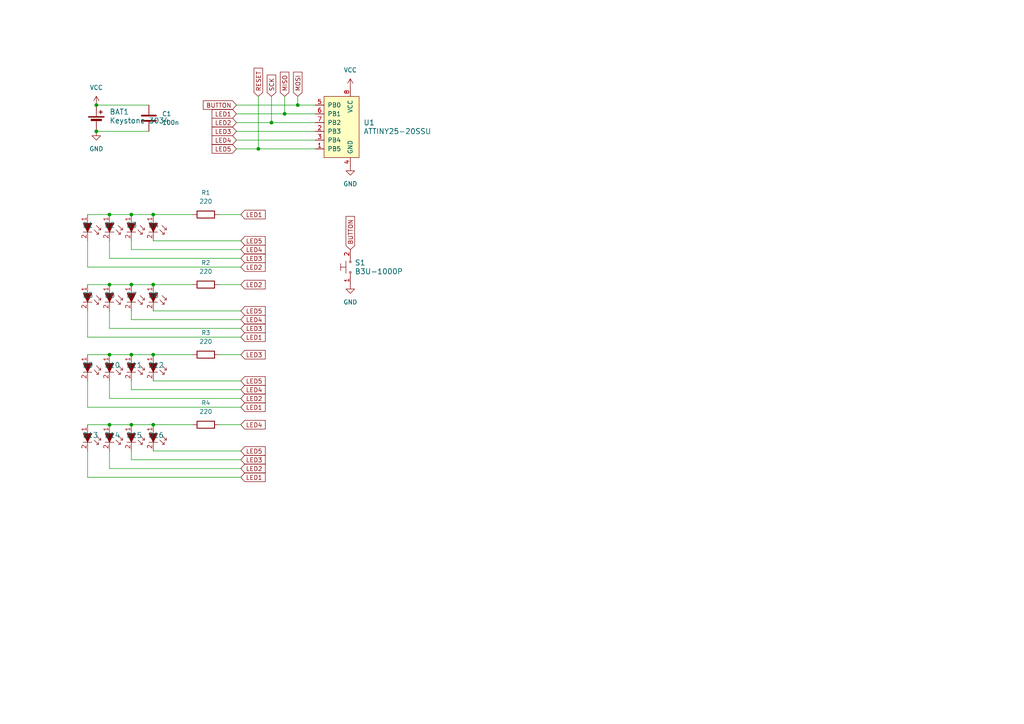
<source format=kicad_sch>
(kicad_sch (version 20231120) (generator "eeschema") (generator_version "8.0")
  (paper "A4")
  (lib_symbols
    (symbol "Device:Battery_Cell" (pin_numbers hide) (pin_names (offset 0) hide)
      (property "Reference" "BT" (at 2.54 2.54 0))
      (property "Value" "Battery_Cell" (at 2.54 0 0))
      (symbol "Battery_Cell_0_1"
        (rectangle (start -2.286 1.778) (end 2.286 1.524) (fill (type outline)))
        (rectangle (start -1.524 1.016) (end 1.524 0.508) (fill (type outline)))
        (polyline (pts (xy 0 0.762) (xy 0 0)))
        (polyline (pts (xy 0 1.778) (xy 0 2.54)))
        (polyline (pts (xy 0.762 3.048) (xy 1.778 3.048)) (stroke (width 0.254)))
        (polyline (pts (xy 1.27 3.556) (xy 1.27 2.54)) (stroke (width 0.254)))
      )
      (symbol "Battery_Cell_1_1"
        (pin passive line (at 0 5.08 270) (length 2.54) (name "+") (number "1"))
        (pin passive line (at 0 -2.54 90) (length 2.54) (name "-") (number "2"))
      )
    )
    (symbol "Device:C" (pin_numbers hide) (pin_names (offset 0.254))
      (property "Reference" "C" (at 0.635 2.54 0))
      (property "Value" "C" (at 0.635 -2.54 0))
      (symbol "C_0_1"
        (polyline (pts (xy -2.032 -0.762) (xy 2.032 -0.762)) (stroke (width 0.508)))
        (polyline (pts (xy -2.032 0.762) (xy 2.032 0.762)) (stroke (width 0.508)))
      )
      (symbol "C_1_1"
        (pin passive line (at 0 3.81 270) (length 2.794) (name "~") (number "1"))
        (pin passive line (at 0 -3.81 90) (length 2.794) (name "~") (number "2"))
      )
    )
    (symbol "Device:R" (pin_numbers hide) (pin_names (offset 0))
      (property "Reference" "R" (at 2.032 0 90))
      (property "Value" "R" (at 0 0 90))
      (symbol "R_0_1"
        (rectangle (start -1.016 -2.54) (end 1.016 2.54) (stroke (width 0.254)))
      )
      (symbol "R_1_1"
        (pin passive line (at 0 3.81 270) (length 1.27) (name "~") (number "1"))
        (pin passive line (at 0 -3.81 90) (length 1.27) (name "~") (number "2"))
      )
    )
    (symbol "dk_Embedded-Microcontrollers:ATTINY85-20SU" (pin_names (offset 1.016))
      (property "Reference" "U" (at -5.08 6.35 0))
      (property "Value" "ATTINY85-20SU" (at 6.35 5.08 90))
      (symbol "ATTINY85-20SU_0_1"
        (rectangle (start -5.08 5.08) (end 5.08 -12.7) (fill (type background)))
      )
      (symbol "ATTINY85-20SU_1_1"
        (pin bidirectional line (at -7.62 -10.16 0) (length 2.54) (name "PB5") (number "1"))
        (pin bidirectional line (at -7.62 -5.08 0) (length 2.54) (name "PB3") (number "2"))
        (pin bidirectional line (at -7.62 -7.62 0) (length 2.54) (name "PB4") (number "3"))
        (pin power_in line (at 2.54 -15.24 90) (length 2.54) (name "GND") (number "4"))
        (pin bidirectional line (at -7.62 2.54 0) (length 2.54) (name "PB0") (number "5"))
        (pin bidirectional line (at -7.62 0 0) (length 2.54) (name "PB1") (number "6"))
        (pin bidirectional line (at -7.62 -2.54 0) (length 2.54) (name "PB2") (number "7"))
        (pin power_in line (at 2.54 7.62 270) (length 2.54) (name "VCC") (number "8"))
      )
    )
    (symbol "dk_LED-Indication-Discrete:LH_R974-LP-1" (pin_names (offset 0))
      (property "Reference" "D" (at -3.81 3.81 0))
      (property "Value" "LH_R974-LP-1" (at -1.27 -3.81 0))
      (symbol "LH_R974-LP-1_0_1"
        (polyline (pts (xy -0.635 3.81) (xy -1.905 2.54)))
        (polyline (pts (xy 0 1.27) (xy 0 -1.27)))
        (polyline (pts (xy 0.635 3.175) (xy -0.635 1.905)))
        (polyline (pts (xy -1.27 3.81) (xy -0.635 3.81) (xy -0.635 3.175)))
        (polyline (pts (xy 0 3.175) (xy 0.635 3.175) (xy 0.635 2.54)))
        (polyline (pts (xy -2.54 1.27) (xy -2.54 -1.27) (xy 0 0) (xy -2.54 1.27)) (fill (type outline)))
      )
      (symbol "LH_R974-LP-1_1_1"
        (pin passive line (at -5.08 0 0) (length 2.54) (name "~") (number "1"))
        (pin passive line (at 2.54 0 180) (length 2.54) (name "~") (number "2"))
      )
    )
    (symbol "dk_Tactile-Switches:B3U-1000P" (pin_names (offset 1.016))
      (property "Reference" "S" (at 0 4.064 0))
      (property "Value" "B3U-1000P" (at 0 -2.54 0))
      (symbol "B3U-1000P_0_1"
        (circle (center -1.524 0) (radius 0.254))
        (polyline (pts (xy -2.54 0) (xy -1.778 0)))
        (polyline (pts (xy -1.778 1.27) (xy 1.778 1.27)))
        (polyline (pts (xy -1.016 2.794) (xy 1.016 2.794)))
        (polyline (pts (xy 0 1.27) (xy 0 2.794)))
        (polyline (pts (xy 2.54 0) (xy 1.778 0)))
        (circle (center 1.524 0) (radius 0.254))
      )
      (symbol "B3U-1000P_1_1"
        (pin passive line (at -5.08 0 0) (length 2.54) (name "~") (number "1"))
        (pin passive line (at 5.08 0 180) (length 2.54) (name "~") (number "2"))
      )
    )
    (symbol "power:GND" (power) (pin_numbers hide) (pin_names (offset 0) hide)
      (property "Value" "GND" (at 0 -3.81 0))
      (symbol "GND_0_1"
        (polyline (pts (xy 0 0) (xy 0 -1.27) (xy 1.27 -1.27) (xy 0 -2.54) (xy -1.27 -1.27) (xy 0 -1.27)))
      )
      (symbol "GND_1_1"
        (pin power_in line (at 0 0 270) (length 0) (name "~") (number "1"))
      )
    )
    (symbol "power:VCC" (power) (pin_numbers hide) (pin_names (offset 0) hide)
      (property "Value" "VCC" (at 0 3.556 0))
      (symbol "VCC_0_1"
        (polyline (pts (xy -0.762 1.27) (xy 0 2.54)))
        (polyline (pts (xy 0 0) (xy 0 2.54)))
        (polyline (pts (xy 0 2.54) (xy 0.762 1.27)))
      )
      (symbol "VCC_1_1"
        (pin power_in line (at 0 0 90) (length 0) (name "~") (number "1"))
      )
    )
  )
  (junction (at 38.1 82.55))
  (junction (at 44.45 82.55))
  (junction (at 38.1 102.87))
  (junction (at 31.75 102.87))
  (junction (at 38.1 123.19))
  (junction (at 44.45 123.19))
  (junction (at 44.45 102.87))
  (junction (at 38.1 62.23))
  (junction (at 82.55 33.02))
  (junction (at 44.45 62.23))
  (junction (at 86.36 30.48))
  (junction (at 27.94 30.48))
  (junction (at 31.75 62.23))
  (junction (at 31.75 123.19))
  (junction (at 31.75 82.55))
  (junction (at 27.94 38.1))
  (junction (at 74.93 43.18))
  (junction (at 78.74 35.56))
  (wire (pts (xy 25.4 130.81) (xy 25.4 138.43)))
  (wire (pts (xy 38.1 72.39) (xy 69.85 72.39)))
  (wire (pts (xy 44.45 102.87) (xy 55.88 102.87)))
  (wire (pts (xy 82.55 33.02) (xy 82.55 27.94)))
  (wire (pts (xy 38.1 113.03) (xy 69.85 113.03)))
  (wire (pts (xy 68.58 30.48) (xy 86.36 30.48)))
  (wire (pts (xy 68.58 38.1) (xy 91.44 38.1)))
  (wire (pts (xy 31.75 102.87) (xy 38.1 102.87)))
  (wire (pts (xy 69.85 90.17) (xy 44.45 90.17)))
  (wire (pts (xy 25.4 77.47) (xy 69.85 77.47)))
  (wire (pts (xy 82.55 33.02) (xy 91.44 33.02)))
  (wire (pts (xy 25.4 97.79) (xy 69.85 97.79)))
  (wire (pts (xy 78.74 35.56) (xy 91.44 35.56)))
  (wire (pts (xy 25.4 123.19) (xy 31.75 123.19)))
  (wire (pts (xy 74.93 43.18) (xy 74.93 27.94)))
  (wire (pts (xy 69.85 69.85) (xy 44.45 69.85)))
  (wire (pts (xy 31.75 74.93) (xy 31.75 69.85)))
  (wire (pts (xy 63.5 102.87) (xy 69.85 102.87)))
  (wire (pts (xy 44.45 123.19) (xy 55.88 123.19)))
  (wire (pts (xy 31.75 95.25) (xy 31.75 90.17)))
  (wire (pts (xy 31.75 115.57) (xy 69.85 115.57)))
  (wire (pts (xy 38.1 62.23) (xy 44.45 62.23)))
  (wire (pts (xy 68.58 33.02) (xy 82.55 33.02)))
  (wire (pts (xy 27.94 38.1) (xy 43.18 38.1)))
  (wire (pts (xy 38.1 133.35) (xy 69.85 133.35)))
  (wire (pts (xy 31.75 62.23) (xy 38.1 62.23)))
  (wire (pts (xy 69.85 130.81) (xy 44.45 130.81)))
  (wire (pts (xy 63.5 62.23) (xy 69.85 62.23)))
  (wire (pts (xy 31.75 95.25) (xy 69.85 95.25)))
  (wire (pts (xy 38.1 92.71) (xy 69.85 92.71)))
  (wire (pts (xy 38.1 123.19) (xy 44.45 123.19)))
  (wire (pts (xy 25.4 102.87) (xy 31.75 102.87)))
  (wire (pts (xy 63.5 123.19) (xy 69.85 123.19)))
  (wire (pts (xy 44.45 62.23) (xy 55.88 62.23)))
  (wire (pts (xy 69.85 110.49) (xy 44.45 110.49)))
  (wire (pts (xy 38.1 82.55) (xy 44.45 82.55)))
  (wire (pts (xy 25.4 110.49) (xy 25.4 118.11)))
  (wire (pts (xy 31.75 74.93) (xy 69.85 74.93)))
  (wire (pts (xy 25.4 90.17) (xy 25.4 97.79)))
  (wire (pts (xy 31.75 115.57) (xy 31.75 110.49)))
  (wire (pts (xy 27.94 30.48) (xy 43.18 30.48)))
  (wire (pts (xy 91.44 43.18) (xy 74.93 43.18)))
  (wire (pts (xy 31.75 135.89) (xy 31.75 130.81)))
  (wire (pts (xy 86.36 30.48) (xy 86.36 27.94)))
  (wire (pts (xy 38.1 90.17) (xy 38.1 92.71)))
  (wire (pts (xy 38.1 102.87) (xy 44.45 102.87)))
  (wire (pts (xy 25.4 118.11) (xy 69.85 118.11)))
  (wire (pts (xy 38.1 130.81) (xy 38.1 133.35)))
  (wire (pts (xy 68.58 43.18) (xy 74.93 43.18)))
  (wire (pts (xy 68.58 40.64) (xy 91.44 40.64)))
  (wire (pts (xy 86.36 30.48) (xy 91.44 30.48)))
  (wire (pts (xy 44.45 82.55) (xy 55.88 82.55)))
  (wire (pts (xy 25.4 82.55) (xy 31.75 82.55)))
  (wire (pts (xy 31.75 135.89) (xy 69.85 135.89)))
  (wire (pts (xy 31.75 123.19) (xy 38.1 123.19)))
  (wire (pts (xy 25.4 62.23) (xy 31.75 62.23)))
  (wire (pts (xy 25.4 138.43) (xy 69.85 138.43)))
  (wire (pts (xy 68.58 35.56) (xy 78.74 35.56)))
  (wire (pts (xy 78.74 35.56) (xy 78.74 27.94)))
  (wire (pts (xy 31.75 82.55) (xy 38.1 82.55)))
  (wire (pts (xy 63.5 82.55) (xy 69.85 82.55)))
  (wire (pts (xy 25.4 69.85) (xy 25.4 77.47)))
  (wire (pts (xy 38.1 110.49) (xy 38.1 113.03)))
  (wire (pts (xy 38.1 69.85) (xy 38.1 72.39)))
  (global_label "LED2" (shape input) (at 69.85 115.57 0) (property "Intersheetrefs" "${INTERSHEET_REFS}" (effects (hide yes))))
  (global_label "LED2" (shape input) (at 68.58 35.56 180) (property "Intersheetrefs" "${INTERSHEET_REFS}" (effects (hide yes))))
  (global_label "LED2" (shape input) (at 69.85 77.47 0) (property "Intersheetrefs" "${INTERSHEET_REFS}" (effects (hide yes))))
  (global_label "LED1" (shape input) (at 69.85 62.23 0) (property "Intersheetrefs" "${INTERSHEET_REFS}" (effects (hide yes))))
  (global_label "LED5" (shape input) (at 69.85 69.85 0) (property "Intersheetrefs" "${INTERSHEET_REFS}" (effects (hide yes))))
  (global_label "LED5" (shape input) (at 69.85 110.49 0) (property "Intersheetrefs" "${INTERSHEET_REFS}" (effects (hide yes))))
  (global_label "LED1" (shape input) (at 68.58 33.02 180) (property "Intersheetrefs" "${INTERSHEET_REFS}" (effects (hide yes))))
  (global_label "RESET" (shape input) (at 74.93 27.94 90) (property "Intersheetrefs" "${INTERSHEET_REFS}" (effects (hide yes))))
  (global_label "LED4" (shape input) (at 69.85 123.19 0) (property "Intersheetrefs" "${INTERSHEET_REFS}" (effects (hide yes))))
  (global_label "MOSI" (shape input) (at 86.36 27.94 90) (property "Intersheetrefs" "${INTERSHEET_REFS}" (effects (hide yes))))
  (global_label "SCK" (shape input) (at 78.74 27.94 90) (property "Intersheetrefs" "${INTERSHEET_REFS}" (effects (hide yes))))
  (global_label "LED4" (shape input) (at 69.85 72.39 0) (property "Intersheetrefs" "${INTERSHEET_REFS}" (effects (hide yes))))
  (global_label "LED3" (shape input) (at 69.85 102.87 0) (property "Intersheetrefs" "${INTERSHEET_REFS}" (effects (hide yes))))
  (global_label "LED4" (shape input) (at 69.85 92.71 0) (property "Intersheetrefs" "${INTERSHEET_REFS}" (effects (hide yes))))
  (global_label "MISO" (shape input) (at 82.55 27.94 90) (property "Intersheetrefs" "${INTERSHEET_REFS}" (effects (hide yes))))
  (global_label "LED4" (shape input) (at 69.85 113.03 0) (property "Intersheetrefs" "${INTERSHEET_REFS}" (effects (hide yes))))
  (global_label "LED5" (shape input) (at 68.58 43.18 180) (property "Intersheetrefs" "${INTERSHEET_REFS}" (effects (hide yes))))
  (global_label "LED1" (shape input) (at 69.85 138.43 0) (property "Intersheetrefs" "${INTERSHEET_REFS}" (effects (hide yes))))
  (global_label "LED3" (shape input) (at 69.85 74.93 0) (property "Intersheetrefs" "${INTERSHEET_REFS}" (effects (hide yes))))
  (global_label "LED2" (shape input) (at 69.85 82.55 0) (property "Intersheetrefs" "${INTERSHEET_REFS}" (effects (hide yes))))
  (global_label "LED2" (shape input) (at 69.85 135.89 0) (property "Intersheetrefs" "${INTERSHEET_REFS}" (effects (hide yes))))
  (global_label "LED1" (shape input) (at 69.85 97.79 0) (property "Intersheetrefs" "${INTERSHEET_REFS}" (effects (hide yes))))
  (global_label "BUTTON" (shape input) (at 101.6 72.39 90) (property "Intersheetrefs" "${INTERSHEET_REFS}" (effects (hide yes))))
  (global_label "BUTTON" (shape input) (at 68.58 30.48 180) (property "Intersheetrefs" "${INTERSHEET_REFS}" (effects (hide yes))))
  (global_label "LED1" (shape input) (at 69.85 118.11 0) (property "Intersheetrefs" "${INTERSHEET_REFS}" (effects (hide yes))))
  (global_label "LED4" (shape input) (at 68.58 40.64 180) (property "Intersheetrefs" "${INTERSHEET_REFS}" (effects (hide yes))))
  (global_label "LED3" (shape input) (at 69.85 95.25 0) (property "Intersheetrefs" "${INTERSHEET_REFS}" (effects (hide yes))))
  (global_label "LED3" (shape input) (at 68.58 38.1 180) (property "Intersheetrefs" "${INTERSHEET_REFS}" (effects (hide yes))))
  (global_label "LED5" (shape input) (at 69.85 130.81 0) (property "Intersheetrefs" "${INTERSHEET_REFS}" (effects (hide yes))))
  (global_label "LED5" (shape input) (at 69.85 90.17 0) (property "Intersheetrefs" "${INTERSHEET_REFS}" (effects (hide yes))))
  (global_label "LED3" (shape input) (at 69.85 133.35 0) (property "Intersheetrefs" "${INTERSHEET_REFS}" (effects (hide yes))))
  (symbol (lib_id "Device:C") (at 43.18 34.29 180) (unit 1)
    (property "Reference" "C1" (at 46.99 33.0199 0) (effects (justify right)))
    (property "Value" "100n" (at 46.99 35.5599 0) (effects (justify right)))
    (property "Footprint" "Capacitor_SMD:C_0603_1608Metric" (effects (hide yes)))
    (property "Description" "Unpolarized capacitor" (effects (hide yes)))
  )
  (symbol (lib_id "dk_LED-Indication-Discrete:LH_R974-LP-1") (at 25.4 128.27 270) (unit 1)
    (property "Reference" "D13" (at 23.876 126.238 90) (effects (font (size 1.524 1.524)) (justify left)))
    (property "Value" "LH_R974-LP-1" (effects (hide yes)))
    (property "Footprint" "digikey-footprints:0805" (effects (hide yes)))
    (property "Datasheet" "https://dammedia.osram.info/media/resource/hires/osram-dam-2493888/LH%20R974.pdf" (effects (hide yes)))
    (property "Description" "LED RED DIFFUSED 0805 SMD" (effects (hide yes)))
    (property "Digi-Key_PN" "475-1415-1-ND" (effects (hide yes)))
    (property "MPN" "LH R974-LP-1" (effects (hide yes)))
    (property "Category" "Optoelectronics" (effects (hide yes)))
    (property "Family" "LED Indication - Discrete" (effects (hide yes)))
    (property "DK_Datasheet_Link" "https://dammedia.osram.info/media/resource/hires/osram-dam-2493888/LH%20R974.pdf" (effects (hide yes)))
    (property "DK_Detail_Page" "/product-detail/en/osram-opto-semiconductors-inc/LH-R974-LP-1/475-1415-1-ND/1802604" (effects (hide yes)))
    (property "Description_1" "LED RED DIFFUSED 0805 SMD" (effects (hide yes)))
    (property "Manufacturer" "OSRAM Opto Semiconductors Inc." (effects (hide yes)))
    (property "Status" "Active" (effects (hide yes)))
  )
  (symbol (lib_id "dk_LED-Indication-Discrete:LH_R974-LP-1") (at 38.1 107.95 270) (unit 1)
    (property "Reference" "D11" (at 36.576 105.918 90) (effects (font (size 1.524 1.524)) (justify left)))
    (property "Value" "LH_R974-LP-1" (effects (hide yes)))
    (property "Footprint" "digikey-footprints:0805" (effects (hide yes)))
    (property "Datasheet" "https://dammedia.osram.info/media/resource/hires/osram-dam-2493888/LH%20R974.pdf" (effects (hide yes)))
    (property "Description" "LED RED DIFFUSED 0805 SMD" (effects (hide yes)))
    (property "Digi-Key_PN" "475-1415-1-ND" (effects (hide yes)))
    (property "MPN" "LH R974-LP-1" (effects (hide yes)))
    (property "Category" "Optoelectronics" (effects (hide yes)))
    (property "Family" "LED Indication - Discrete" (effects (hide yes)))
    (property "DK_Datasheet_Link" "https://dammedia.osram.info/media/resource/hires/osram-dam-2493888/LH%20R974.pdf" (effects (hide yes)))
    (property "DK_Detail_Page" "/product-detail/en/osram-opto-semiconductors-inc/LH-R974-LP-1/475-1415-1-ND/1802604" (effects (hide yes)))
    (property "Description_1" "LED RED DIFFUSED 0805 SMD" (effects (hide yes)))
    (property "Manufacturer" "OSRAM Opto Semiconductors Inc." (effects (hide yes)))
    (property "Status" "Active" (effects (hide yes)))
  )
  (symbol (lib_id "dk_LED-Indication-Discrete:LH_R974-LP-1") (at 44.45 67.31 270) (unit 1)
    (property "Reference" "D4" (at 42.926 65.278 90) (effects (font (size 1.524 1.524)) (justify left)))
    (property "Value" "LH_R974-LP-1" (effects (hide yes)))
    (property "Footprint" "digikey-footprints:0805" (effects (hide yes)))
    (property "Datasheet" "https://dammedia.osram.info/media/resource/hires/osram-dam-2493888/LH%20R974.pdf" (effects (hide yes)))
    (property "Description" "LED RED DIFFUSED 0805 SMD" (effects (hide yes)))
    (property "Digi-Key_PN" "475-1415-1-ND" (effects (hide yes)))
    (property "MPN" "LH R974-LP-1" (effects (hide yes)))
    (property "Category" "Optoelectronics" (effects (hide yes)))
    (property "Family" "LED Indication - Discrete" (effects (hide yes)))
    (property "DK_Datasheet_Link" "https://dammedia.osram.info/media/resource/hires/osram-dam-2493888/LH%20R974.pdf" (effects (hide yes)))
    (property "DK_Detail_Page" "/product-detail/en/osram-opto-semiconductors-inc/LH-R974-LP-1/475-1415-1-ND/1802604" (effects (hide yes)))
    (property "Description_1" "LED RED DIFFUSED 0805 SMD" (effects (hide yes)))
    (property "Manufacturer" "OSRAM Opto Semiconductors Inc." (effects (hide yes)))
    (property "Status" "Active" (effects (hide yes)))
  )
  (symbol (lib_id "dk_LED-Indication-Discrete:LH_R974-LP-1") (at 31.75 107.95 270) (unit 1)
    (property "Reference" "D10" (at 30.226 105.918 90) (effects (font (size 1.524 1.524)) (justify left)))
    (property "Value" "LH_R974-LP-1" (effects (hide yes)))
    (property "Footprint" "digikey-footprints:0805" (effects (hide yes)))
    (property "Datasheet" "https://dammedia.osram.info/media/resource/hires/osram-dam-2493888/LH%20R974.pdf" (effects (hide yes)))
    (property "Description" "LED RED DIFFUSED 0805 SMD" (effects (hide yes)))
    (property "Digi-Key_PN" "475-1415-1-ND" (effects (hide yes)))
    (property "MPN" "LH R974-LP-1" (effects (hide yes)))
    (property "Category" "Optoelectronics" (effects (hide yes)))
    (property "Family" "LED Indication - Discrete" (effects (hide yes)))
    (property "DK_Datasheet_Link" "https://dammedia.osram.info/media/resource/hires/osram-dam-2493888/LH%20R974.pdf" (effects (hide yes)))
    (property "DK_Detail_Page" "/product-detail/en/osram-opto-semiconductors-inc/LH-R974-LP-1/475-1415-1-ND/1802604" (effects (hide yes)))
    (property "Description_1" "LED RED DIFFUSED 0805 SMD" (effects (hide yes)))
    (property "Manufacturer" "OSRAM Opto Semiconductors Inc." (effects (hide yes)))
    (property "Status" "Active" (effects (hide yes)))
  )
  (symbol (lib_id "Device:R") (at 59.69 102.87 90) (unit 1)
    (property "Reference" "R3" (at 59.69 96.52 90))
    (property "Value" "220" (at 59.69 99.06 90))
    (property "Footprint" "Resistor_SMD:R_0603_1608Metric" (effects (hide yes)))
    (property "Description" "Resistor" (effects (hide yes)))
  )
  (symbol (lib_id "dk_LED-Indication-Discrete:LH_R974-LP-1") (at 31.75 128.27 270) (unit 1)
    (property "Reference" "D14" (at 30.226 126.238 90) (effects (font (size 1.524 1.524)) (justify left)))
    (property "Value" "LH_R974-LP-1" (effects (hide yes)))
    (property "Footprint" "digikey-footprints:0805" (effects (hide yes)))
    (property "Datasheet" "https://dammedia.osram.info/media/resource/hires/osram-dam-2493888/LH%20R974.pdf" (effects (hide yes)))
    (property "Description" "LED RED DIFFUSED 0805 SMD" (effects (hide yes)))
    (property "Digi-Key_PN" "475-1415-1-ND" (effects (hide yes)))
    (property "MPN" "LH R974-LP-1" (effects (hide yes)))
    (property "Category" "Optoelectronics" (effects (hide yes)))
    (property "Family" "LED Indication - Discrete" (effects (hide yes)))
    (property "DK_Datasheet_Link" "https://dammedia.osram.info/media/resource/hires/osram-dam-2493888/LH%20R974.pdf" (effects (hide yes)))
    (property "DK_Detail_Page" "/product-detail/en/osram-opto-semiconductors-inc/LH-R974-LP-1/475-1415-1-ND/1802604" (effects (hide yes)))
    (property "Description_1" "LED RED DIFFUSED 0805 SMD" (effects (hide yes)))
    (property "Manufacturer" "OSRAM Opto Semiconductors Inc." (effects (hide yes)))
    (property "Status" "Active" (effects (hide yes)))
  )
  (symbol (lib_id "Device:Battery_Cell") (at 27.94 35.56 0) (unit 1)
    (property "Reference" "BAT1" (at 31.75 32.4484 0) (effects (font (size 1.524 1.524)) (justify left)))
    (property "Value" "Keystone 3034" (at 31.75 34.9884 0) (effects (font (size 1.524 1.524)) (justify left)))
    (property "Footprint" "Battery:BatteryHolder_Keystone_3034_1x20mm" (effects (hide yes)))
    (property "Description" "Single-cell battery" (effects (hide yes)))
    (property "Digi-Key_PN" "BS-7-ND" (effects (hide yes)))
    (property "MPN" "BS-7" (effects (hide yes)))
    (property "Category" "Battery Products" (effects (hide yes)))
    (property "Family" "Battery Holders, Clips, Contacts" (effects (hide yes)))
    (property "DK_Datasheet_Link" "http://www.memoryprotectiondevices.com/datasheets/BS-7-datasheet.pdf" (effects (hide yes)))
    (property "DK_Detail_Page" "/product-detail/en/mpd-memory-protection-devices/BS-7/BS-7-ND/389447" (effects (hide yes)))
    (property "Description_1" "BATTERY HOLDER COIN 20MM PC PIN" (effects (hide yes)))
    (property "Manufacturer" "MPD (Memory Protection Devices)" (effects (hide yes)))
    (property "Status" "Active" (effects (hide yes)))
  )
  (symbol (lib_id "Device:R") (at 59.69 62.23 90) (unit 1)
    (property "Reference" "R1" (at 59.69 55.88 90))
    (property "Value" "220" (at 59.69 58.42 90))
    (property "Footprint" "Resistor_SMD:R_0603_1608Metric" (effects (hide yes)))
    (property "Description" "Resistor" (effects (hide yes)))
  )
  (symbol (lib_id "dk_LED-Indication-Discrete:LH_R974-LP-1") (at 38.1 67.31 270) (unit 1)
    (property "Reference" "D3" (at 36.576 65.278 90) (effects (font (size 1.524 1.524)) (justify left)))
    (property "Value" "LH_R974-LP-1" (effects (hide yes)))
    (property "Footprint" "digikey-footprints:0805" (effects (hide yes)))
    (property "Datasheet" "https://dammedia.osram.info/media/resource/hires/osram-dam-2493888/LH%20R974.pdf" (effects (hide yes)))
    (property "Description" "LED RED DIFFUSED 0805 SMD" (effects (hide yes)))
    (property "Digi-Key_PN" "475-1415-1-ND" (effects (hide yes)))
    (property "MPN" "LH R974-LP-1" (effects (hide yes)))
    (property "Category" "Optoelectronics" (effects (hide yes)))
    (property "Family" "LED Indication - Discrete" (effects (hide yes)))
    (property "DK_Datasheet_Link" "https://dammedia.osram.info/media/resource/hires/osram-dam-2493888/LH%20R974.pdf" (effects (hide yes)))
    (property "DK_Detail_Page" "/product-detail/en/osram-opto-semiconductors-inc/LH-R974-LP-1/475-1415-1-ND/1802604" (effects (hide yes)))
    (property "Description_1" "LED RED DIFFUSED 0805 SMD" (effects (hide yes)))
    (property "Manufacturer" "OSRAM Opto Semiconductors Inc." (effects (hide yes)))
    (property "Status" "Active" (effects (hide yes)))
  )
  (symbol (lib_id "dk_LED-Indication-Discrete:LH_R974-LP-1") (at 25.4 87.63 270) (unit 1)
    (property "Reference" "D5" (at 23.876 85.598 90) (effects (font (size 1.524 1.524)) (justify left)))
    (property "Value" "LH_R974-LP-1" (effects (hide yes)))
    (property "Footprint" "digikey-footprints:0805" (effects (hide yes)))
    (property "Datasheet" "https://dammedia.osram.info/media/resource/hires/osram-dam-2493888/LH%20R974.pdf" (effects (hide yes)))
    (property "Description" "LED RED DIFFUSED 0805 SMD" (effects (hide yes)))
    (property "Digi-Key_PN" "475-1415-1-ND" (effects (hide yes)))
    (property "MPN" "LH R974-LP-1" (effects (hide yes)))
    (property "Category" "Optoelectronics" (effects (hide yes)))
    (property "Family" "LED Indication - Discrete" (effects (hide yes)))
    (property "DK_Datasheet_Link" "https://dammedia.osram.info/media/resource/hires/osram-dam-2493888/LH%20R974.pdf" (effects (hide yes)))
    (property "DK_Detail_Page" "/product-detail/en/osram-opto-semiconductors-inc/LH-R974-LP-1/475-1415-1-ND/1802604" (effects (hide yes)))
    (property "Description_1" "LED RED DIFFUSED 0805 SMD" (effects (hide yes)))
    (property "Manufacturer" "OSRAM Opto Semiconductors Inc." (effects (hide yes)))
    (property "Status" "Active" (effects (hide yes)))
  )
  (symbol (lib_id "power:GND") (at 27.94 38.1 0) (unit 1)
    (property "Reference" "#PWR01" (effects (hide yes)))
    (property "Value" "GND" (at 27.94 43.18 0))
    (property "Description" "Power symbol creates a global label with name \"GND\" , ground" (effects (hide yes)))
  )
  (symbol (lib_id "dk_Embedded-Microcontrollers:ATTINY85-20SU") (at 99.06 33.02 0) (unit 1)
    (property "Reference" "U1" (at 105.41 35.5599 0) (effects (font (size 1.524 1.524)) (justify left)))
    (property "Value" "ATTINY25-20SSU" (at 105.41 38.0999 0) (effects (font (size 1.524 1.524)) (justify left)))
    (property "Footprint" "digikey-footprints:SOIC-8_W5.3mm" (effects (hide yes)))
    (property "Datasheet" "http://www.microchip.com/mymicrochip/filehandler.aspx?ddocname=en589894" (effects (hide yes)))
    (property "Description" "IC MCU 8BIT 8KB FLASH 8SOIC" (effects (hide yes)))
    (property "Digi-Key_PN" "ATTINY85-20SU-ND" (effects (hide yes)))
    (property "MPN" "ATTINY85-20SU" (effects (hide yes)))
    (property "Category" "Integrated Circuits (ICs)" (effects (hide yes)))
    (property "Family" "Embedded - Microcontrollers" (effects (hide yes)))
    (property "DK_Datasheet_Link" "http://www.microchip.com/mymicrochip/filehandler.aspx?ddocname=en589894" (effects (hide yes)))
    (property "DK_Detail_Page" "/product-detail/en/microchip-technology/ATTINY85-20SU/ATTINY85-20SU-ND/735470" (effects (hide yes)))
    (property "Description_1" "IC MCU 8BIT 8KB FLASH 8SOIC" (effects (hide yes)))
    (property "Manufacturer" "Microchip Technology" (effects (hide yes)))
    (property "Status" "Active" (effects (hide yes)))
  )
  (symbol (lib_id "dk_LED-Indication-Discrete:LH_R974-LP-1") (at 44.45 87.63 270) (unit 1)
    (property "Reference" "D8" (at 42.926 85.598 90) (effects (font (size 1.524 1.524)) (justify left)))
    (property "Value" "LH_R974-LP-1" (effects (hide yes)))
    (property "Footprint" "digikey-footprints:0805" (effects (hide yes)))
    (property "Datasheet" "https://dammedia.osram.info/media/resource/hires/osram-dam-2493888/LH%20R974.pdf" (effects (hide yes)))
    (property "Description" "LED RED DIFFUSED 0805 SMD" (effects (hide yes)))
    (property "Digi-Key_PN" "475-1415-1-ND" (effects (hide yes)))
    (property "MPN" "LH R974-LP-1" (effects (hide yes)))
    (property "Category" "Optoelectronics" (effects (hide yes)))
    (property "Family" "LED Indication - Discrete" (effects (hide yes)))
    (property "DK_Datasheet_Link" "https://dammedia.osram.info/media/resource/hires/osram-dam-2493888/LH%20R974.pdf" (effects (hide yes)))
    (property "DK_Detail_Page" "/product-detail/en/osram-opto-semiconductors-inc/LH-R974-LP-1/475-1415-1-ND/1802604" (effects (hide yes)))
    (property "Description_1" "LED RED DIFFUSED 0805 SMD" (effects (hide yes)))
    (property "Manufacturer" "OSRAM Opto Semiconductors Inc." (effects (hide yes)))
    (property "Status" "Active" (effects (hide yes)))
  )
  (symbol (lib_id "power:GND") (at 101.6 48.26 0) (unit 1)
    (property "Reference" "#PWR02" (effects (hide yes)))
    (property "Value" "GND" (at 101.6 53.34 0))
    (property "Description" "Power symbol creates a global label with name \"GND\" , ground" (effects (hide yes)))
  )
  (symbol (lib_id "Device:R") (at 59.69 82.55 90) (unit 1)
    (property "Reference" "R2" (at 59.69 76.2 90))
    (property "Value" "220" (at 59.69 78.74 90))
    (property "Footprint" "Resistor_SMD:R_0603_1608Metric" (effects (hide yes)))
    (property "Description" "Resistor" (effects (hide yes)))
  )
  (symbol (lib_id "dk_LED-Indication-Discrete:LH_R974-LP-1") (at 25.4 67.31 270) (unit 1)
    (property "Reference" "D1" (at 23.876 65.278 90) (effects (font (size 1.524 1.524)) (justify left)))
    (property "Value" "LH_R974-LP-1" (effects (hide yes)))
    (property "Footprint" "digikey-footprints:0805" (effects (hide yes)))
    (property "Datasheet" "https://dammedia.osram.info/media/resource/hires/osram-dam-2493888/LH%20R974.pdf" (effects (hide yes)))
    (property "Description" "LED RED DIFFUSED 0805 SMD" (effects (hide yes)))
    (property "Digi-Key_PN" "475-1415-1-ND" (effects (hide yes)))
    (property "MPN" "LH R974-LP-1" (effects (hide yes)))
    (property "Category" "Optoelectronics" (effects (hide yes)))
    (property "Family" "LED Indication - Discrete" (effects (hide yes)))
    (property "DK_Datasheet_Link" "https://dammedia.osram.info/media/resource/hires/osram-dam-2493888/LH%20R974.pdf" (effects (hide yes)))
    (property "DK_Detail_Page" "/product-detail/en/osram-opto-semiconductors-inc/LH-R974-LP-1/475-1415-1-ND/1802604" (effects (hide yes)))
    (property "Description_1" "LED RED DIFFUSED 0805 SMD" (effects (hide yes)))
    (property "Manufacturer" "OSRAM Opto Semiconductors Inc." (effects (hide yes)))
    (property "Status" "Active" (effects (hide yes)))
  )
  (symbol (lib_id "dk_LED-Indication-Discrete:LH_R974-LP-1") (at 25.4 107.95 270) (unit 1)
    (property "Reference" "D9" (at 23.876 105.918 90) (effects (font (size 1.524 1.524)) (justify left)))
    (property "Value" "LH_R974-LP-1" (effects (hide yes)))
    (property "Footprint" "digikey-footprints:0805" (effects (hide yes)))
    (property "Datasheet" "https://dammedia.osram.info/media/resource/hires/osram-dam-2493888/LH%20R974.pdf" (effects (hide yes)))
    (property "Description" "LED RED DIFFUSED 0805 SMD" (effects (hide yes)))
    (property "Digi-Key_PN" "475-1415-1-ND" (effects (hide yes)))
    (property "MPN" "LH R974-LP-1" (effects (hide yes)))
    (property "Category" "Optoelectronics" (effects (hide yes)))
    (property "Family" "LED Indication - Discrete" (effects (hide yes)))
    (property "DK_Datasheet_Link" "https://dammedia.osram.info/media/resource/hires/osram-dam-2493888/LH%20R974.pdf" (effects (hide yes)))
    (property "DK_Detail_Page" "/product-detail/en/osram-opto-semiconductors-inc/LH-R974-LP-1/475-1415-1-ND/1802604" (effects (hide yes)))
    (property "Description_1" "LED RED DIFFUSED 0805 SMD" (effects (hide yes)))
    (property "Manufacturer" "OSRAM Opto Semiconductors Inc." (effects (hide yes)))
    (property "Status" "Active" (effects (hide yes)))
  )
  (symbol (lib_id "dk_Tactile-Switches:B3U-1000P") (at 101.6 77.47 90) (unit 1)
    (property "Reference" "S1" (at 102.87 76.1999 90) (effects (font (size 1.524 1.524)) (justify right)))
    (property "Value" "B3U-1000P" (at 102.87 78.7399 90) (effects (font (size 1.524 1.524)) (justify right)))
    (property "Footprint" "digikey-footprints:Switch_Tactile_SMD_B3U-1000P" (effects (hide yes)))
    (property "Datasheet" "https://omronfs.omron.com/en_US/ecb/products/pdf/en-b3u.pdf" (effects (hide yes)))
    (property "Description" "SWITCH TACTILE SPST-NO 0.05A 12V" (effects (hide yes)))
    (property "Digi-Key_PN" "SW1020CT-ND" (effects (hide yes)))
    (property "MPN" "B3U-1000P" (effects (hide yes)))
    (property "Category" "Switches" (effects (hide yes)))
    (property "Family" "Tactile Switches" (effects (hide yes)))
    (property "DK_Datasheet_Link" "https://omronfs.omron.com/en_US/ecb/products/pdf/en-b3u.pdf" (effects (hide yes)))
    (property "DK_Detail_Page" "/product-detail/en/omron-electronics-inc-emc-div/B3U-1000P/SW1020CT-ND/1534357" (effects (hide yes)))
    (property "Description_1" "SWITCH TACTILE SPST-NO 0.05A 12V" (effects (hide yes)))
    (property "Manufacturer" "Omron Electronics Inc-EMC Div" (effects (hide yes)))
    (property "Status" "Active" (effects (hide yes)))
  )
  (symbol (lib_id "dk_LED-Indication-Discrete:LH_R974-LP-1") (at 31.75 67.31 270) (unit 1)
    (property "Reference" "D2" (at 30.226 65.278 90) (effects (font (size 1.524 1.524)) (justify left)))
    (property "Value" "LH_R974-LP-1" (effects (hide yes)))
    (property "Footprint" "digikey-footprints:0805" (effects (hide yes)))
    (property "Datasheet" "https://dammedia.osram.info/media/resource/hires/osram-dam-2493888/LH%20R974.pdf" (effects (hide yes)))
    (property "Description" "LED RED DIFFUSED 0805 SMD" (effects (hide yes)))
    (property "Digi-Key_PN" "475-1415-1-ND" (effects (hide yes)))
    (property "MPN" "LH R974-LP-1" (effects (hide yes)))
    (property "Category" "Optoelectronics" (effects (hide yes)))
    (property "Family" "LED Indication - Discrete" (effects (hide yes)))
    (property "DK_Datasheet_Link" "https://dammedia.osram.info/media/resource/hires/osram-dam-2493888/LH%20R974.pdf" (effects (hide yes)))
    (property "DK_Detail_Page" "/product-detail/en/osram-opto-semiconductors-inc/LH-R974-LP-1/475-1415-1-ND/1802604" (effects (hide yes)))
    (property "Description_1" "LED RED DIFFUSED 0805 SMD" (effects (hide yes)))
    (property "Manufacturer" "OSRAM Opto Semiconductors Inc." (effects (hide yes)))
    (property "Status" "Active" (effects (hide yes)))
  )
  (symbol (lib_id "power:VCC") (at 101.6 25.4 0) (unit 1)
    (property "Reference" "#PWR05" (effects (hide yes)))
    (property "Value" "VCC" (at 101.6 20.32 0))
    (property "Description" "Power symbol creates a global label with name \"VCC\"" (effects (hide yes)))
  )
  (symbol (lib_id "dk_LED-Indication-Discrete:LH_R974-LP-1") (at 44.45 128.27 270) (unit 1)
    (property "Reference" "D16" (at 42.926 126.238 90) (effects (font (size 1.524 1.524)) (justify left)))
    (property "Value" "LH_R974-LP-1" (effects (hide yes)))
    (property "Footprint" "digikey-footprints:0805" (effects (hide yes)))
    (property "Datasheet" "https://dammedia.osram.info/media/resource/hires/osram-dam-2493888/LH%20R974.pdf" (effects (hide yes)))
    (property "Description" "LED RED DIFFUSED 0805 SMD" (effects (hide yes)))
    (property "Digi-Key_PN" "475-1415-1-ND" (effects (hide yes)))
    (property "MPN" "LH R974-LP-1" (effects (hide yes)))
    (property "Category" "Optoelectronics" (effects (hide yes)))
    (property "Family" "LED Indication - Discrete" (effects (hide yes)))
    (property "DK_Datasheet_Link" "https://dammedia.osram.info/media/resource/hires/osram-dam-2493888/LH%20R974.pdf" (effects (hide yes)))
    (property "DK_Detail_Page" "/product-detail/en/osram-opto-semiconductors-inc/LH-R974-LP-1/475-1415-1-ND/1802604" (effects (hide yes)))
    (property "Description_1" "LED RED DIFFUSED 0805 SMD" (effects (hide yes)))
    (property "Manufacturer" "OSRAM Opto Semiconductors Inc." (effects (hide yes)))
    (property "Status" "Active" (effects (hide yes)))
  )
  (symbol (lib_id "dk_LED-Indication-Discrete:LH_R974-LP-1") (at 44.45 107.95 270) (unit 1)
    (property "Reference" "D12" (at 42.926 105.918 90) (effects (font (size 1.524 1.524)) (justify left)))
    (property "Value" "LH_R974-LP-1" (effects (hide yes)))
    (property "Footprint" "digikey-footprints:0805" (effects (hide yes)))
    (property "Datasheet" "https://dammedia.osram.info/media/resource/hires/osram-dam-2493888/LH%20R974.pdf" (effects (hide yes)))
    (property "Description" "LED RED DIFFUSED 0805 SMD" (effects (hide yes)))
    (property "Digi-Key_PN" "475-1415-1-ND" (effects (hide yes)))
    (property "MPN" "LH R974-LP-1" (effects (hide yes)))
    (property "Category" "Optoelectronics" (effects (hide yes)))
    (property "Family" "LED Indication - Discrete" (effects (hide yes)))
    (property "DK_Datasheet_Link" "https://dammedia.osram.info/media/resource/hires/osram-dam-2493888/LH%20R974.pdf" (effects (hide yes)))
    (property "DK_Detail_Page" "/product-detail/en/osram-opto-semiconductors-inc/LH-R974-LP-1/475-1415-1-ND/1802604" (effects (hide yes)))
    (property "Description_1" "LED RED DIFFUSED 0805 SMD" (effects (hide yes)))
    (property "Manufacturer" "OSRAM Opto Semiconductors Inc." (effects (hide yes)))
    (property "Status" "Active" (effects (hide yes)))
  )
  (symbol (lib_id "power:VCC") (at 27.94 30.48 0) (unit 1)
    (property "Reference" "#PWR04" (effects (hide yes)))
    (property "Value" "VCC" (at 27.94 25.4 0))
    (property "Description" "Power symbol creates a global label with name \"VCC\"" (effects (hide yes)))
  )
  (symbol (lib_id "dk_LED-Indication-Discrete:LH_R974-LP-1") (at 38.1 87.63 270) (unit 1)
    (property "Reference" "D7" (at 36.576 85.598 90) (effects (font (size 1.524 1.524)) (justify left)))
    (property "Value" "LH_R974-LP-1" (effects (hide yes)))
    (property "Footprint" "digikey-footprints:0805" (effects (hide yes)))
    (property "Datasheet" "https://dammedia.osram.info/media/resource/hires/osram-dam-2493888/LH%20R974.pdf" (effects (hide yes)))
    (property "Description" "LED RED DIFFUSED 0805 SMD" (effects (hide yes)))
    (property "Digi-Key_PN" "475-1415-1-ND" (effects (hide yes)))
    (property "MPN" "LH R974-LP-1" (effects (hide yes)))
    (property "Category" "Optoelectronics" (effects (hide yes)))
    (property "Family" "LED Indication - Discrete" (effects (hide yes)))
    (property "DK_Datasheet_Link" "https://dammedia.osram.info/media/resource/hires/osram-dam-2493888/LH%20R974.pdf" (effects (hide yes)))
    (property "DK_Detail_Page" "/product-detail/en/osram-opto-semiconductors-inc/LH-R974-LP-1/475-1415-1-ND/1802604" (effects (hide yes)))
    (property "Description_1" "LED RED DIFFUSED 0805 SMD" (effects (hide yes)))
    (property "Manufacturer" "OSRAM Opto Semiconductors Inc." (effects (hide yes)))
    (property "Status" "Active" (effects (hide yes)))
  )
  (symbol (lib_id "Device:R") (at 59.69 123.19 90) (unit 1)
    (property "Reference" "R4" (at 59.69 116.84 90))
    (property "Value" "220" (at 59.69 119.38 90))
    (property "Footprint" "Resistor_SMD:R_0603_1608Metric" (effects (hide yes)))
    (property "Description" "Resistor" (effects (hide yes)))
  )
  (symbol (lib_id "dk_LED-Indication-Discrete:LH_R974-LP-1") (at 31.75 87.63 270) (unit 1)
    (property "Reference" "D6" (at 30.226 85.598 90) (effects (font (size 1.524 1.524)) (justify left)))
    (property "Value" "LH_R974-LP-1" (effects (hide yes)))
    (property "Footprint" "digikey-footprints:0805" (effects (hide yes)))
    (property "Datasheet" "https://dammedia.osram.info/media/resource/hires/osram-dam-2493888/LH%20R974.pdf" (effects (hide yes)))
    (property "Description" "LED RED DIFFUSED 0805 SMD" (effects (hide yes)))
    (property "Digi-Key_PN" "475-1415-1-ND" (effects (hide yes)))
    (property "MPN" "LH R974-LP-1" (effects (hide yes)))
    (property "Category" "Optoelectronics" (effects (hide yes)))
    (property "Family" "LED Indication - Discrete" (effects (hide yes)))
    (property "DK_Datasheet_Link" "https://dammedia.osram.info/media/resource/hires/osram-dam-2493888/LH%20R974.pdf" (effects (hide yes)))
    (property "DK_Detail_Page" "/product-detail/en/osram-opto-semiconductors-inc/LH-R974-LP-1/475-1415-1-ND/1802604" (effects (hide yes)))
    (property "Description_1" "LED RED DIFFUSED 0805 SMD" (effects (hide yes)))
    (property "Manufacturer" "OSRAM Opto Semiconductors Inc." (effects (hide yes)))
    (property "Status" "Active" (effects (hide yes)))
  )
  (symbol (lib_id "dk_LED-Indication-Discrete:LH_R974-LP-1") (at 38.1 128.27 270) (unit 1)
    (property "Reference" "D15" (at 36.576 126.238 90) (effects (font (size 1.524 1.524)) (justify left)))
    (property "Value" "LH_R974-LP-1" (effects (hide yes)))
    (property "Footprint" "digikey-footprints:0805" (effects (hide yes)))
    (property "Datasheet" "https://dammedia.osram.info/media/resource/hires/osram-dam-2493888/LH%20R974.pdf" (effects (hide yes)))
    (property "Description" "LED RED DIFFUSED 0805 SMD" (effects (hide yes)))
    (property "Digi-Key_PN" "475-1415-1-ND" (effects (hide yes)))
    (property "MPN" "LH R974-LP-1" (effects (hide yes)))
    (property "Category" "Optoelectronics" (effects (hide yes)))
    (property "Family" "LED Indication - Discrete" (effects (hide yes)))
    (property "DK_Datasheet_Link" "https://dammedia.osram.info/media/resource/hires/osram-dam-2493888/LH%20R974.pdf" (effects (hide yes)))
    (property "DK_Detail_Page" "/product-detail/en/osram-opto-semiconductors-inc/LH-R974-LP-1/475-1415-1-ND/1802604" (effects (hide yes)))
    (property "Description_1" "LED RED DIFFUSED 0805 SMD" (effects (hide yes)))
    (property "Manufacturer" "OSRAM Opto Semiconductors Inc." (effects (hide yes)))
    (property "Status" "Active" (effects (hide yes)))
  )
  (symbol (lib_id "power:GND") (at 101.6 82.55 0) (unit 1)
    (property "Reference" "#PWR012" (effects (hide yes)))
    (property "Value" "GND" (at 101.6 87.63 0))
    (property "Description" "Power symbol creates a global label with name \"GND\" , ground" (effects (hide yes)))
  )
)
</source>
